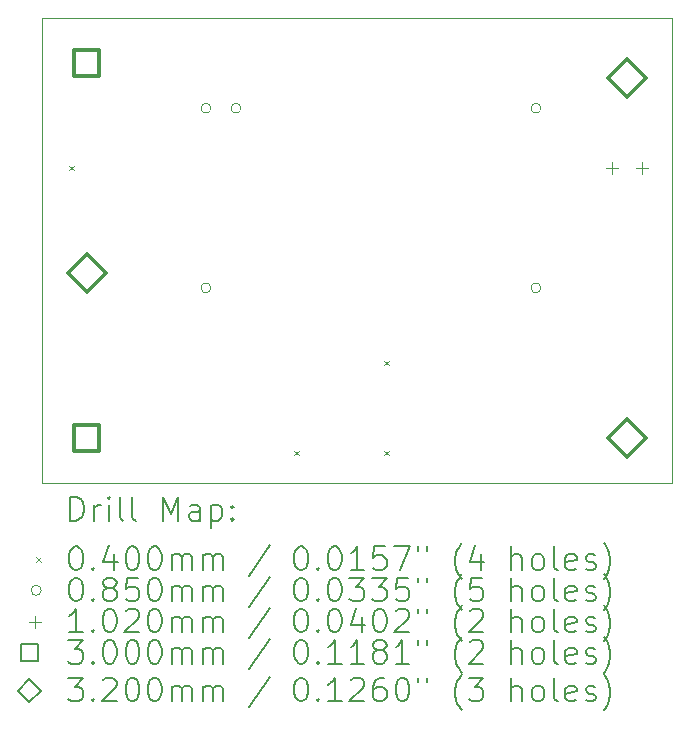
<source format=gbr>
%TF.GenerationSoftware,KiCad,Pcbnew,7.0.2*%
%TF.CreationDate,2023-06-01T11:51:46+02:00*%
%TF.ProjectId,Indicator_voltage,496e6469-6361-4746-9f72-5f766f6c7461,rev?*%
%TF.SameCoordinates,Original*%
%TF.FileFunction,Drillmap*%
%TF.FilePolarity,Positive*%
%FSLAX45Y45*%
G04 Gerber Fmt 4.5, Leading zero omitted, Abs format (unit mm)*
G04 Created by KiCad (PCBNEW 7.0.2) date 2023-06-01 11:51:46*
%MOMM*%
%LPD*%
G01*
G04 APERTURE LIST*
%ADD10C,0.100000*%
%ADD11C,0.200000*%
%ADD12C,0.040000*%
%ADD13C,0.085000*%
%ADD14C,0.102000*%
%ADD15C,0.300000*%
%ADD16C,0.320000*%
G04 APERTURE END LIST*
D10*
X11811000Y-8791000D02*
X17145000Y-8791000D01*
X17145000Y-12728000D01*
X11811000Y-12728000D01*
X11811000Y-8791000D01*
D11*
D12*
X12045000Y-10041000D02*
X12085000Y-10081000D01*
X12085000Y-10041000D02*
X12045000Y-10081000D01*
X13950000Y-12454000D02*
X13990000Y-12494000D01*
X13990000Y-12454000D02*
X13950000Y-12494000D01*
X14712000Y-11692000D02*
X14752000Y-11732000D01*
X14752000Y-11692000D02*
X14712000Y-11732000D01*
X14712000Y-12454000D02*
X14752000Y-12494000D01*
X14752000Y-12454000D02*
X14712000Y-12494000D01*
D13*
X13243500Y-9554000D02*
G75*
G03*
X13243500Y-9554000I-42500J0D01*
G01*
X13243500Y-11076000D02*
G75*
G03*
X13243500Y-11076000I-42500J0D01*
G01*
X13497500Y-9554000D02*
G75*
G03*
X13497500Y-9554000I-42500J0D01*
G01*
X16037500Y-9554000D02*
G75*
G03*
X16037500Y-9554000I-42500J0D01*
G01*
X16037500Y-11076000D02*
G75*
G03*
X16037500Y-11076000I-42500J0D01*
G01*
D14*
X16637000Y-10010000D02*
X16637000Y-10112000D01*
X16586000Y-10061000D02*
X16688000Y-10061000D01*
X16891000Y-10010000D02*
X16891000Y-10112000D01*
X16840000Y-10061000D02*
X16942000Y-10061000D01*
D15*
X12298067Y-9278067D02*
X12298067Y-9065933D01*
X12085933Y-9065933D01*
X12085933Y-9278067D01*
X12298067Y-9278067D01*
X12298067Y-12453067D02*
X12298067Y-12240933D01*
X12085933Y-12240933D01*
X12085933Y-12453067D01*
X12298067Y-12453067D01*
D16*
X12192000Y-11110000D02*
X12352000Y-10950000D01*
X12192000Y-10790000D01*
X12032000Y-10950000D01*
X12192000Y-11110000D01*
X16764000Y-9459000D02*
X16924000Y-9299000D01*
X16764000Y-9139000D01*
X16604000Y-9299000D01*
X16764000Y-9459000D01*
X16764000Y-12507000D02*
X16924000Y-12347000D01*
X16764000Y-12187000D01*
X16604000Y-12347000D01*
X16764000Y-12507000D01*
D11*
X12053619Y-13045524D02*
X12053619Y-12845524D01*
X12053619Y-12845524D02*
X12101238Y-12845524D01*
X12101238Y-12845524D02*
X12129809Y-12855048D01*
X12129809Y-12855048D02*
X12148857Y-12874095D01*
X12148857Y-12874095D02*
X12158381Y-12893143D01*
X12158381Y-12893143D02*
X12167905Y-12931238D01*
X12167905Y-12931238D02*
X12167905Y-12959809D01*
X12167905Y-12959809D02*
X12158381Y-12997905D01*
X12158381Y-12997905D02*
X12148857Y-13016952D01*
X12148857Y-13016952D02*
X12129809Y-13036000D01*
X12129809Y-13036000D02*
X12101238Y-13045524D01*
X12101238Y-13045524D02*
X12053619Y-13045524D01*
X12253619Y-13045524D02*
X12253619Y-12912190D01*
X12253619Y-12950286D02*
X12263143Y-12931238D01*
X12263143Y-12931238D02*
X12272667Y-12921714D01*
X12272667Y-12921714D02*
X12291714Y-12912190D01*
X12291714Y-12912190D02*
X12310762Y-12912190D01*
X12377428Y-13045524D02*
X12377428Y-12912190D01*
X12377428Y-12845524D02*
X12367905Y-12855048D01*
X12367905Y-12855048D02*
X12377428Y-12864571D01*
X12377428Y-12864571D02*
X12386952Y-12855048D01*
X12386952Y-12855048D02*
X12377428Y-12845524D01*
X12377428Y-12845524D02*
X12377428Y-12864571D01*
X12501238Y-13045524D02*
X12482190Y-13036000D01*
X12482190Y-13036000D02*
X12472667Y-13016952D01*
X12472667Y-13016952D02*
X12472667Y-12845524D01*
X12606000Y-13045524D02*
X12586952Y-13036000D01*
X12586952Y-13036000D02*
X12577428Y-13016952D01*
X12577428Y-13016952D02*
X12577428Y-12845524D01*
X12834571Y-13045524D02*
X12834571Y-12845524D01*
X12834571Y-12845524D02*
X12901238Y-12988381D01*
X12901238Y-12988381D02*
X12967905Y-12845524D01*
X12967905Y-12845524D02*
X12967905Y-13045524D01*
X13148857Y-13045524D02*
X13148857Y-12940762D01*
X13148857Y-12940762D02*
X13139333Y-12921714D01*
X13139333Y-12921714D02*
X13120286Y-12912190D01*
X13120286Y-12912190D02*
X13082190Y-12912190D01*
X13082190Y-12912190D02*
X13063143Y-12921714D01*
X13148857Y-13036000D02*
X13129809Y-13045524D01*
X13129809Y-13045524D02*
X13082190Y-13045524D01*
X13082190Y-13045524D02*
X13063143Y-13036000D01*
X13063143Y-13036000D02*
X13053619Y-13016952D01*
X13053619Y-13016952D02*
X13053619Y-12997905D01*
X13053619Y-12997905D02*
X13063143Y-12978857D01*
X13063143Y-12978857D02*
X13082190Y-12969333D01*
X13082190Y-12969333D02*
X13129809Y-12969333D01*
X13129809Y-12969333D02*
X13148857Y-12959809D01*
X13244095Y-12912190D02*
X13244095Y-13112190D01*
X13244095Y-12921714D02*
X13263143Y-12912190D01*
X13263143Y-12912190D02*
X13301238Y-12912190D01*
X13301238Y-12912190D02*
X13320286Y-12921714D01*
X13320286Y-12921714D02*
X13329809Y-12931238D01*
X13329809Y-12931238D02*
X13339333Y-12950286D01*
X13339333Y-12950286D02*
X13339333Y-13007428D01*
X13339333Y-13007428D02*
X13329809Y-13026476D01*
X13329809Y-13026476D02*
X13320286Y-13036000D01*
X13320286Y-13036000D02*
X13301238Y-13045524D01*
X13301238Y-13045524D02*
X13263143Y-13045524D01*
X13263143Y-13045524D02*
X13244095Y-13036000D01*
X13425048Y-13026476D02*
X13434571Y-13036000D01*
X13434571Y-13036000D02*
X13425048Y-13045524D01*
X13425048Y-13045524D02*
X13415524Y-13036000D01*
X13415524Y-13036000D02*
X13425048Y-13026476D01*
X13425048Y-13026476D02*
X13425048Y-13045524D01*
X13425048Y-12921714D02*
X13434571Y-12931238D01*
X13434571Y-12931238D02*
X13425048Y-12940762D01*
X13425048Y-12940762D02*
X13415524Y-12931238D01*
X13415524Y-12931238D02*
X13425048Y-12921714D01*
X13425048Y-12921714D02*
X13425048Y-12940762D01*
D12*
X11766000Y-13353000D02*
X11806000Y-13393000D01*
X11806000Y-13353000D02*
X11766000Y-13393000D01*
D11*
X12091714Y-13265524D02*
X12110762Y-13265524D01*
X12110762Y-13265524D02*
X12129809Y-13275048D01*
X12129809Y-13275048D02*
X12139333Y-13284571D01*
X12139333Y-13284571D02*
X12148857Y-13303619D01*
X12148857Y-13303619D02*
X12158381Y-13341714D01*
X12158381Y-13341714D02*
X12158381Y-13389333D01*
X12158381Y-13389333D02*
X12148857Y-13427428D01*
X12148857Y-13427428D02*
X12139333Y-13446476D01*
X12139333Y-13446476D02*
X12129809Y-13456000D01*
X12129809Y-13456000D02*
X12110762Y-13465524D01*
X12110762Y-13465524D02*
X12091714Y-13465524D01*
X12091714Y-13465524D02*
X12072667Y-13456000D01*
X12072667Y-13456000D02*
X12063143Y-13446476D01*
X12063143Y-13446476D02*
X12053619Y-13427428D01*
X12053619Y-13427428D02*
X12044095Y-13389333D01*
X12044095Y-13389333D02*
X12044095Y-13341714D01*
X12044095Y-13341714D02*
X12053619Y-13303619D01*
X12053619Y-13303619D02*
X12063143Y-13284571D01*
X12063143Y-13284571D02*
X12072667Y-13275048D01*
X12072667Y-13275048D02*
X12091714Y-13265524D01*
X12244095Y-13446476D02*
X12253619Y-13456000D01*
X12253619Y-13456000D02*
X12244095Y-13465524D01*
X12244095Y-13465524D02*
X12234571Y-13456000D01*
X12234571Y-13456000D02*
X12244095Y-13446476D01*
X12244095Y-13446476D02*
X12244095Y-13465524D01*
X12425048Y-13332190D02*
X12425048Y-13465524D01*
X12377428Y-13256000D02*
X12329809Y-13398857D01*
X12329809Y-13398857D02*
X12453619Y-13398857D01*
X12567905Y-13265524D02*
X12586952Y-13265524D01*
X12586952Y-13265524D02*
X12606000Y-13275048D01*
X12606000Y-13275048D02*
X12615524Y-13284571D01*
X12615524Y-13284571D02*
X12625048Y-13303619D01*
X12625048Y-13303619D02*
X12634571Y-13341714D01*
X12634571Y-13341714D02*
X12634571Y-13389333D01*
X12634571Y-13389333D02*
X12625048Y-13427428D01*
X12625048Y-13427428D02*
X12615524Y-13446476D01*
X12615524Y-13446476D02*
X12606000Y-13456000D01*
X12606000Y-13456000D02*
X12586952Y-13465524D01*
X12586952Y-13465524D02*
X12567905Y-13465524D01*
X12567905Y-13465524D02*
X12548857Y-13456000D01*
X12548857Y-13456000D02*
X12539333Y-13446476D01*
X12539333Y-13446476D02*
X12529809Y-13427428D01*
X12529809Y-13427428D02*
X12520286Y-13389333D01*
X12520286Y-13389333D02*
X12520286Y-13341714D01*
X12520286Y-13341714D02*
X12529809Y-13303619D01*
X12529809Y-13303619D02*
X12539333Y-13284571D01*
X12539333Y-13284571D02*
X12548857Y-13275048D01*
X12548857Y-13275048D02*
X12567905Y-13265524D01*
X12758381Y-13265524D02*
X12777429Y-13265524D01*
X12777429Y-13265524D02*
X12796476Y-13275048D01*
X12796476Y-13275048D02*
X12806000Y-13284571D01*
X12806000Y-13284571D02*
X12815524Y-13303619D01*
X12815524Y-13303619D02*
X12825048Y-13341714D01*
X12825048Y-13341714D02*
X12825048Y-13389333D01*
X12825048Y-13389333D02*
X12815524Y-13427428D01*
X12815524Y-13427428D02*
X12806000Y-13446476D01*
X12806000Y-13446476D02*
X12796476Y-13456000D01*
X12796476Y-13456000D02*
X12777429Y-13465524D01*
X12777429Y-13465524D02*
X12758381Y-13465524D01*
X12758381Y-13465524D02*
X12739333Y-13456000D01*
X12739333Y-13456000D02*
X12729809Y-13446476D01*
X12729809Y-13446476D02*
X12720286Y-13427428D01*
X12720286Y-13427428D02*
X12710762Y-13389333D01*
X12710762Y-13389333D02*
X12710762Y-13341714D01*
X12710762Y-13341714D02*
X12720286Y-13303619D01*
X12720286Y-13303619D02*
X12729809Y-13284571D01*
X12729809Y-13284571D02*
X12739333Y-13275048D01*
X12739333Y-13275048D02*
X12758381Y-13265524D01*
X12910762Y-13465524D02*
X12910762Y-13332190D01*
X12910762Y-13351238D02*
X12920286Y-13341714D01*
X12920286Y-13341714D02*
X12939333Y-13332190D01*
X12939333Y-13332190D02*
X12967905Y-13332190D01*
X12967905Y-13332190D02*
X12986952Y-13341714D01*
X12986952Y-13341714D02*
X12996476Y-13360762D01*
X12996476Y-13360762D02*
X12996476Y-13465524D01*
X12996476Y-13360762D02*
X13006000Y-13341714D01*
X13006000Y-13341714D02*
X13025048Y-13332190D01*
X13025048Y-13332190D02*
X13053619Y-13332190D01*
X13053619Y-13332190D02*
X13072667Y-13341714D01*
X13072667Y-13341714D02*
X13082190Y-13360762D01*
X13082190Y-13360762D02*
X13082190Y-13465524D01*
X13177429Y-13465524D02*
X13177429Y-13332190D01*
X13177429Y-13351238D02*
X13186952Y-13341714D01*
X13186952Y-13341714D02*
X13206000Y-13332190D01*
X13206000Y-13332190D02*
X13234571Y-13332190D01*
X13234571Y-13332190D02*
X13253619Y-13341714D01*
X13253619Y-13341714D02*
X13263143Y-13360762D01*
X13263143Y-13360762D02*
X13263143Y-13465524D01*
X13263143Y-13360762D02*
X13272667Y-13341714D01*
X13272667Y-13341714D02*
X13291714Y-13332190D01*
X13291714Y-13332190D02*
X13320286Y-13332190D01*
X13320286Y-13332190D02*
X13339333Y-13341714D01*
X13339333Y-13341714D02*
X13348857Y-13360762D01*
X13348857Y-13360762D02*
X13348857Y-13465524D01*
X13739333Y-13256000D02*
X13567905Y-13513143D01*
X13996476Y-13265524D02*
X14015524Y-13265524D01*
X14015524Y-13265524D02*
X14034572Y-13275048D01*
X14034572Y-13275048D02*
X14044095Y-13284571D01*
X14044095Y-13284571D02*
X14053619Y-13303619D01*
X14053619Y-13303619D02*
X14063143Y-13341714D01*
X14063143Y-13341714D02*
X14063143Y-13389333D01*
X14063143Y-13389333D02*
X14053619Y-13427428D01*
X14053619Y-13427428D02*
X14044095Y-13446476D01*
X14044095Y-13446476D02*
X14034572Y-13456000D01*
X14034572Y-13456000D02*
X14015524Y-13465524D01*
X14015524Y-13465524D02*
X13996476Y-13465524D01*
X13996476Y-13465524D02*
X13977429Y-13456000D01*
X13977429Y-13456000D02*
X13967905Y-13446476D01*
X13967905Y-13446476D02*
X13958381Y-13427428D01*
X13958381Y-13427428D02*
X13948857Y-13389333D01*
X13948857Y-13389333D02*
X13948857Y-13341714D01*
X13948857Y-13341714D02*
X13958381Y-13303619D01*
X13958381Y-13303619D02*
X13967905Y-13284571D01*
X13967905Y-13284571D02*
X13977429Y-13275048D01*
X13977429Y-13275048D02*
X13996476Y-13265524D01*
X14148857Y-13446476D02*
X14158381Y-13456000D01*
X14158381Y-13456000D02*
X14148857Y-13465524D01*
X14148857Y-13465524D02*
X14139333Y-13456000D01*
X14139333Y-13456000D02*
X14148857Y-13446476D01*
X14148857Y-13446476D02*
X14148857Y-13465524D01*
X14282191Y-13265524D02*
X14301238Y-13265524D01*
X14301238Y-13265524D02*
X14320286Y-13275048D01*
X14320286Y-13275048D02*
X14329810Y-13284571D01*
X14329810Y-13284571D02*
X14339333Y-13303619D01*
X14339333Y-13303619D02*
X14348857Y-13341714D01*
X14348857Y-13341714D02*
X14348857Y-13389333D01*
X14348857Y-13389333D02*
X14339333Y-13427428D01*
X14339333Y-13427428D02*
X14329810Y-13446476D01*
X14329810Y-13446476D02*
X14320286Y-13456000D01*
X14320286Y-13456000D02*
X14301238Y-13465524D01*
X14301238Y-13465524D02*
X14282191Y-13465524D01*
X14282191Y-13465524D02*
X14263143Y-13456000D01*
X14263143Y-13456000D02*
X14253619Y-13446476D01*
X14253619Y-13446476D02*
X14244095Y-13427428D01*
X14244095Y-13427428D02*
X14234572Y-13389333D01*
X14234572Y-13389333D02*
X14234572Y-13341714D01*
X14234572Y-13341714D02*
X14244095Y-13303619D01*
X14244095Y-13303619D02*
X14253619Y-13284571D01*
X14253619Y-13284571D02*
X14263143Y-13275048D01*
X14263143Y-13275048D02*
X14282191Y-13265524D01*
X14539333Y-13465524D02*
X14425048Y-13465524D01*
X14482191Y-13465524D02*
X14482191Y-13265524D01*
X14482191Y-13265524D02*
X14463143Y-13294095D01*
X14463143Y-13294095D02*
X14444095Y-13313143D01*
X14444095Y-13313143D02*
X14425048Y-13322667D01*
X14720286Y-13265524D02*
X14625048Y-13265524D01*
X14625048Y-13265524D02*
X14615524Y-13360762D01*
X14615524Y-13360762D02*
X14625048Y-13351238D01*
X14625048Y-13351238D02*
X14644095Y-13341714D01*
X14644095Y-13341714D02*
X14691714Y-13341714D01*
X14691714Y-13341714D02*
X14710762Y-13351238D01*
X14710762Y-13351238D02*
X14720286Y-13360762D01*
X14720286Y-13360762D02*
X14729810Y-13379809D01*
X14729810Y-13379809D02*
X14729810Y-13427428D01*
X14729810Y-13427428D02*
X14720286Y-13446476D01*
X14720286Y-13446476D02*
X14710762Y-13456000D01*
X14710762Y-13456000D02*
X14691714Y-13465524D01*
X14691714Y-13465524D02*
X14644095Y-13465524D01*
X14644095Y-13465524D02*
X14625048Y-13456000D01*
X14625048Y-13456000D02*
X14615524Y-13446476D01*
X14796476Y-13265524D02*
X14929810Y-13265524D01*
X14929810Y-13265524D02*
X14844095Y-13465524D01*
X14996476Y-13265524D02*
X14996476Y-13303619D01*
X15072667Y-13265524D02*
X15072667Y-13303619D01*
X15367905Y-13541714D02*
X15358381Y-13532190D01*
X15358381Y-13532190D02*
X15339334Y-13503619D01*
X15339334Y-13503619D02*
X15329810Y-13484571D01*
X15329810Y-13484571D02*
X15320286Y-13456000D01*
X15320286Y-13456000D02*
X15310762Y-13408381D01*
X15310762Y-13408381D02*
X15310762Y-13370286D01*
X15310762Y-13370286D02*
X15320286Y-13322667D01*
X15320286Y-13322667D02*
X15329810Y-13294095D01*
X15329810Y-13294095D02*
X15339334Y-13275048D01*
X15339334Y-13275048D02*
X15358381Y-13246476D01*
X15358381Y-13246476D02*
X15367905Y-13236952D01*
X15529810Y-13332190D02*
X15529810Y-13465524D01*
X15482191Y-13256000D02*
X15434572Y-13398857D01*
X15434572Y-13398857D02*
X15558381Y-13398857D01*
X15786953Y-13465524D02*
X15786953Y-13265524D01*
X15872667Y-13465524D02*
X15872667Y-13360762D01*
X15872667Y-13360762D02*
X15863143Y-13341714D01*
X15863143Y-13341714D02*
X15844096Y-13332190D01*
X15844096Y-13332190D02*
X15815524Y-13332190D01*
X15815524Y-13332190D02*
X15796476Y-13341714D01*
X15796476Y-13341714D02*
X15786953Y-13351238D01*
X15996476Y-13465524D02*
X15977429Y-13456000D01*
X15977429Y-13456000D02*
X15967905Y-13446476D01*
X15967905Y-13446476D02*
X15958381Y-13427428D01*
X15958381Y-13427428D02*
X15958381Y-13370286D01*
X15958381Y-13370286D02*
X15967905Y-13351238D01*
X15967905Y-13351238D02*
X15977429Y-13341714D01*
X15977429Y-13341714D02*
X15996476Y-13332190D01*
X15996476Y-13332190D02*
X16025048Y-13332190D01*
X16025048Y-13332190D02*
X16044096Y-13341714D01*
X16044096Y-13341714D02*
X16053619Y-13351238D01*
X16053619Y-13351238D02*
X16063143Y-13370286D01*
X16063143Y-13370286D02*
X16063143Y-13427428D01*
X16063143Y-13427428D02*
X16053619Y-13446476D01*
X16053619Y-13446476D02*
X16044096Y-13456000D01*
X16044096Y-13456000D02*
X16025048Y-13465524D01*
X16025048Y-13465524D02*
X15996476Y-13465524D01*
X16177429Y-13465524D02*
X16158381Y-13456000D01*
X16158381Y-13456000D02*
X16148857Y-13436952D01*
X16148857Y-13436952D02*
X16148857Y-13265524D01*
X16329810Y-13456000D02*
X16310762Y-13465524D01*
X16310762Y-13465524D02*
X16272667Y-13465524D01*
X16272667Y-13465524D02*
X16253619Y-13456000D01*
X16253619Y-13456000D02*
X16244096Y-13436952D01*
X16244096Y-13436952D02*
X16244096Y-13360762D01*
X16244096Y-13360762D02*
X16253619Y-13341714D01*
X16253619Y-13341714D02*
X16272667Y-13332190D01*
X16272667Y-13332190D02*
X16310762Y-13332190D01*
X16310762Y-13332190D02*
X16329810Y-13341714D01*
X16329810Y-13341714D02*
X16339334Y-13360762D01*
X16339334Y-13360762D02*
X16339334Y-13379809D01*
X16339334Y-13379809D02*
X16244096Y-13398857D01*
X16415524Y-13456000D02*
X16434572Y-13465524D01*
X16434572Y-13465524D02*
X16472667Y-13465524D01*
X16472667Y-13465524D02*
X16491715Y-13456000D01*
X16491715Y-13456000D02*
X16501238Y-13436952D01*
X16501238Y-13436952D02*
X16501238Y-13427428D01*
X16501238Y-13427428D02*
X16491715Y-13408381D01*
X16491715Y-13408381D02*
X16472667Y-13398857D01*
X16472667Y-13398857D02*
X16444096Y-13398857D01*
X16444096Y-13398857D02*
X16425048Y-13389333D01*
X16425048Y-13389333D02*
X16415524Y-13370286D01*
X16415524Y-13370286D02*
X16415524Y-13360762D01*
X16415524Y-13360762D02*
X16425048Y-13341714D01*
X16425048Y-13341714D02*
X16444096Y-13332190D01*
X16444096Y-13332190D02*
X16472667Y-13332190D01*
X16472667Y-13332190D02*
X16491715Y-13341714D01*
X16567905Y-13541714D02*
X16577429Y-13532190D01*
X16577429Y-13532190D02*
X16596477Y-13503619D01*
X16596477Y-13503619D02*
X16606000Y-13484571D01*
X16606000Y-13484571D02*
X16615524Y-13456000D01*
X16615524Y-13456000D02*
X16625048Y-13408381D01*
X16625048Y-13408381D02*
X16625048Y-13370286D01*
X16625048Y-13370286D02*
X16615524Y-13322667D01*
X16615524Y-13322667D02*
X16606000Y-13294095D01*
X16606000Y-13294095D02*
X16596477Y-13275048D01*
X16596477Y-13275048D02*
X16577429Y-13246476D01*
X16577429Y-13246476D02*
X16567905Y-13236952D01*
D13*
X11806000Y-13637000D02*
G75*
G03*
X11806000Y-13637000I-42500J0D01*
G01*
D11*
X12091714Y-13529524D02*
X12110762Y-13529524D01*
X12110762Y-13529524D02*
X12129809Y-13539048D01*
X12129809Y-13539048D02*
X12139333Y-13548571D01*
X12139333Y-13548571D02*
X12148857Y-13567619D01*
X12148857Y-13567619D02*
X12158381Y-13605714D01*
X12158381Y-13605714D02*
X12158381Y-13653333D01*
X12158381Y-13653333D02*
X12148857Y-13691428D01*
X12148857Y-13691428D02*
X12139333Y-13710476D01*
X12139333Y-13710476D02*
X12129809Y-13720000D01*
X12129809Y-13720000D02*
X12110762Y-13729524D01*
X12110762Y-13729524D02*
X12091714Y-13729524D01*
X12091714Y-13729524D02*
X12072667Y-13720000D01*
X12072667Y-13720000D02*
X12063143Y-13710476D01*
X12063143Y-13710476D02*
X12053619Y-13691428D01*
X12053619Y-13691428D02*
X12044095Y-13653333D01*
X12044095Y-13653333D02*
X12044095Y-13605714D01*
X12044095Y-13605714D02*
X12053619Y-13567619D01*
X12053619Y-13567619D02*
X12063143Y-13548571D01*
X12063143Y-13548571D02*
X12072667Y-13539048D01*
X12072667Y-13539048D02*
X12091714Y-13529524D01*
X12244095Y-13710476D02*
X12253619Y-13720000D01*
X12253619Y-13720000D02*
X12244095Y-13729524D01*
X12244095Y-13729524D02*
X12234571Y-13720000D01*
X12234571Y-13720000D02*
X12244095Y-13710476D01*
X12244095Y-13710476D02*
X12244095Y-13729524D01*
X12367905Y-13615238D02*
X12348857Y-13605714D01*
X12348857Y-13605714D02*
X12339333Y-13596190D01*
X12339333Y-13596190D02*
X12329809Y-13577143D01*
X12329809Y-13577143D02*
X12329809Y-13567619D01*
X12329809Y-13567619D02*
X12339333Y-13548571D01*
X12339333Y-13548571D02*
X12348857Y-13539048D01*
X12348857Y-13539048D02*
X12367905Y-13529524D01*
X12367905Y-13529524D02*
X12406000Y-13529524D01*
X12406000Y-13529524D02*
X12425048Y-13539048D01*
X12425048Y-13539048D02*
X12434571Y-13548571D01*
X12434571Y-13548571D02*
X12444095Y-13567619D01*
X12444095Y-13567619D02*
X12444095Y-13577143D01*
X12444095Y-13577143D02*
X12434571Y-13596190D01*
X12434571Y-13596190D02*
X12425048Y-13605714D01*
X12425048Y-13605714D02*
X12406000Y-13615238D01*
X12406000Y-13615238D02*
X12367905Y-13615238D01*
X12367905Y-13615238D02*
X12348857Y-13624762D01*
X12348857Y-13624762D02*
X12339333Y-13634286D01*
X12339333Y-13634286D02*
X12329809Y-13653333D01*
X12329809Y-13653333D02*
X12329809Y-13691428D01*
X12329809Y-13691428D02*
X12339333Y-13710476D01*
X12339333Y-13710476D02*
X12348857Y-13720000D01*
X12348857Y-13720000D02*
X12367905Y-13729524D01*
X12367905Y-13729524D02*
X12406000Y-13729524D01*
X12406000Y-13729524D02*
X12425048Y-13720000D01*
X12425048Y-13720000D02*
X12434571Y-13710476D01*
X12434571Y-13710476D02*
X12444095Y-13691428D01*
X12444095Y-13691428D02*
X12444095Y-13653333D01*
X12444095Y-13653333D02*
X12434571Y-13634286D01*
X12434571Y-13634286D02*
X12425048Y-13624762D01*
X12425048Y-13624762D02*
X12406000Y-13615238D01*
X12625048Y-13529524D02*
X12529809Y-13529524D01*
X12529809Y-13529524D02*
X12520286Y-13624762D01*
X12520286Y-13624762D02*
X12529809Y-13615238D01*
X12529809Y-13615238D02*
X12548857Y-13605714D01*
X12548857Y-13605714D02*
X12596476Y-13605714D01*
X12596476Y-13605714D02*
X12615524Y-13615238D01*
X12615524Y-13615238D02*
X12625048Y-13624762D01*
X12625048Y-13624762D02*
X12634571Y-13643809D01*
X12634571Y-13643809D02*
X12634571Y-13691428D01*
X12634571Y-13691428D02*
X12625048Y-13710476D01*
X12625048Y-13710476D02*
X12615524Y-13720000D01*
X12615524Y-13720000D02*
X12596476Y-13729524D01*
X12596476Y-13729524D02*
X12548857Y-13729524D01*
X12548857Y-13729524D02*
X12529809Y-13720000D01*
X12529809Y-13720000D02*
X12520286Y-13710476D01*
X12758381Y-13529524D02*
X12777429Y-13529524D01*
X12777429Y-13529524D02*
X12796476Y-13539048D01*
X12796476Y-13539048D02*
X12806000Y-13548571D01*
X12806000Y-13548571D02*
X12815524Y-13567619D01*
X12815524Y-13567619D02*
X12825048Y-13605714D01*
X12825048Y-13605714D02*
X12825048Y-13653333D01*
X12825048Y-13653333D02*
X12815524Y-13691428D01*
X12815524Y-13691428D02*
X12806000Y-13710476D01*
X12806000Y-13710476D02*
X12796476Y-13720000D01*
X12796476Y-13720000D02*
X12777429Y-13729524D01*
X12777429Y-13729524D02*
X12758381Y-13729524D01*
X12758381Y-13729524D02*
X12739333Y-13720000D01*
X12739333Y-13720000D02*
X12729809Y-13710476D01*
X12729809Y-13710476D02*
X12720286Y-13691428D01*
X12720286Y-13691428D02*
X12710762Y-13653333D01*
X12710762Y-13653333D02*
X12710762Y-13605714D01*
X12710762Y-13605714D02*
X12720286Y-13567619D01*
X12720286Y-13567619D02*
X12729809Y-13548571D01*
X12729809Y-13548571D02*
X12739333Y-13539048D01*
X12739333Y-13539048D02*
X12758381Y-13529524D01*
X12910762Y-13729524D02*
X12910762Y-13596190D01*
X12910762Y-13615238D02*
X12920286Y-13605714D01*
X12920286Y-13605714D02*
X12939333Y-13596190D01*
X12939333Y-13596190D02*
X12967905Y-13596190D01*
X12967905Y-13596190D02*
X12986952Y-13605714D01*
X12986952Y-13605714D02*
X12996476Y-13624762D01*
X12996476Y-13624762D02*
X12996476Y-13729524D01*
X12996476Y-13624762D02*
X13006000Y-13605714D01*
X13006000Y-13605714D02*
X13025048Y-13596190D01*
X13025048Y-13596190D02*
X13053619Y-13596190D01*
X13053619Y-13596190D02*
X13072667Y-13605714D01*
X13072667Y-13605714D02*
X13082190Y-13624762D01*
X13082190Y-13624762D02*
X13082190Y-13729524D01*
X13177429Y-13729524D02*
X13177429Y-13596190D01*
X13177429Y-13615238D02*
X13186952Y-13605714D01*
X13186952Y-13605714D02*
X13206000Y-13596190D01*
X13206000Y-13596190D02*
X13234571Y-13596190D01*
X13234571Y-13596190D02*
X13253619Y-13605714D01*
X13253619Y-13605714D02*
X13263143Y-13624762D01*
X13263143Y-13624762D02*
X13263143Y-13729524D01*
X13263143Y-13624762D02*
X13272667Y-13605714D01*
X13272667Y-13605714D02*
X13291714Y-13596190D01*
X13291714Y-13596190D02*
X13320286Y-13596190D01*
X13320286Y-13596190D02*
X13339333Y-13605714D01*
X13339333Y-13605714D02*
X13348857Y-13624762D01*
X13348857Y-13624762D02*
X13348857Y-13729524D01*
X13739333Y-13520000D02*
X13567905Y-13777143D01*
X13996476Y-13529524D02*
X14015524Y-13529524D01*
X14015524Y-13529524D02*
X14034572Y-13539048D01*
X14034572Y-13539048D02*
X14044095Y-13548571D01*
X14044095Y-13548571D02*
X14053619Y-13567619D01*
X14053619Y-13567619D02*
X14063143Y-13605714D01*
X14063143Y-13605714D02*
X14063143Y-13653333D01*
X14063143Y-13653333D02*
X14053619Y-13691428D01*
X14053619Y-13691428D02*
X14044095Y-13710476D01*
X14044095Y-13710476D02*
X14034572Y-13720000D01*
X14034572Y-13720000D02*
X14015524Y-13729524D01*
X14015524Y-13729524D02*
X13996476Y-13729524D01*
X13996476Y-13729524D02*
X13977429Y-13720000D01*
X13977429Y-13720000D02*
X13967905Y-13710476D01*
X13967905Y-13710476D02*
X13958381Y-13691428D01*
X13958381Y-13691428D02*
X13948857Y-13653333D01*
X13948857Y-13653333D02*
X13948857Y-13605714D01*
X13948857Y-13605714D02*
X13958381Y-13567619D01*
X13958381Y-13567619D02*
X13967905Y-13548571D01*
X13967905Y-13548571D02*
X13977429Y-13539048D01*
X13977429Y-13539048D02*
X13996476Y-13529524D01*
X14148857Y-13710476D02*
X14158381Y-13720000D01*
X14158381Y-13720000D02*
X14148857Y-13729524D01*
X14148857Y-13729524D02*
X14139333Y-13720000D01*
X14139333Y-13720000D02*
X14148857Y-13710476D01*
X14148857Y-13710476D02*
X14148857Y-13729524D01*
X14282191Y-13529524D02*
X14301238Y-13529524D01*
X14301238Y-13529524D02*
X14320286Y-13539048D01*
X14320286Y-13539048D02*
X14329810Y-13548571D01*
X14329810Y-13548571D02*
X14339333Y-13567619D01*
X14339333Y-13567619D02*
X14348857Y-13605714D01*
X14348857Y-13605714D02*
X14348857Y-13653333D01*
X14348857Y-13653333D02*
X14339333Y-13691428D01*
X14339333Y-13691428D02*
X14329810Y-13710476D01*
X14329810Y-13710476D02*
X14320286Y-13720000D01*
X14320286Y-13720000D02*
X14301238Y-13729524D01*
X14301238Y-13729524D02*
X14282191Y-13729524D01*
X14282191Y-13729524D02*
X14263143Y-13720000D01*
X14263143Y-13720000D02*
X14253619Y-13710476D01*
X14253619Y-13710476D02*
X14244095Y-13691428D01*
X14244095Y-13691428D02*
X14234572Y-13653333D01*
X14234572Y-13653333D02*
X14234572Y-13605714D01*
X14234572Y-13605714D02*
X14244095Y-13567619D01*
X14244095Y-13567619D02*
X14253619Y-13548571D01*
X14253619Y-13548571D02*
X14263143Y-13539048D01*
X14263143Y-13539048D02*
X14282191Y-13529524D01*
X14415524Y-13529524D02*
X14539333Y-13529524D01*
X14539333Y-13529524D02*
X14472667Y-13605714D01*
X14472667Y-13605714D02*
X14501238Y-13605714D01*
X14501238Y-13605714D02*
X14520286Y-13615238D01*
X14520286Y-13615238D02*
X14529810Y-13624762D01*
X14529810Y-13624762D02*
X14539333Y-13643809D01*
X14539333Y-13643809D02*
X14539333Y-13691428D01*
X14539333Y-13691428D02*
X14529810Y-13710476D01*
X14529810Y-13710476D02*
X14520286Y-13720000D01*
X14520286Y-13720000D02*
X14501238Y-13729524D01*
X14501238Y-13729524D02*
X14444095Y-13729524D01*
X14444095Y-13729524D02*
X14425048Y-13720000D01*
X14425048Y-13720000D02*
X14415524Y-13710476D01*
X14606000Y-13529524D02*
X14729810Y-13529524D01*
X14729810Y-13529524D02*
X14663143Y-13605714D01*
X14663143Y-13605714D02*
X14691714Y-13605714D01*
X14691714Y-13605714D02*
X14710762Y-13615238D01*
X14710762Y-13615238D02*
X14720286Y-13624762D01*
X14720286Y-13624762D02*
X14729810Y-13643809D01*
X14729810Y-13643809D02*
X14729810Y-13691428D01*
X14729810Y-13691428D02*
X14720286Y-13710476D01*
X14720286Y-13710476D02*
X14710762Y-13720000D01*
X14710762Y-13720000D02*
X14691714Y-13729524D01*
X14691714Y-13729524D02*
X14634572Y-13729524D01*
X14634572Y-13729524D02*
X14615524Y-13720000D01*
X14615524Y-13720000D02*
X14606000Y-13710476D01*
X14910762Y-13529524D02*
X14815524Y-13529524D01*
X14815524Y-13529524D02*
X14806000Y-13624762D01*
X14806000Y-13624762D02*
X14815524Y-13615238D01*
X14815524Y-13615238D02*
X14834572Y-13605714D01*
X14834572Y-13605714D02*
X14882191Y-13605714D01*
X14882191Y-13605714D02*
X14901238Y-13615238D01*
X14901238Y-13615238D02*
X14910762Y-13624762D01*
X14910762Y-13624762D02*
X14920286Y-13643809D01*
X14920286Y-13643809D02*
X14920286Y-13691428D01*
X14920286Y-13691428D02*
X14910762Y-13710476D01*
X14910762Y-13710476D02*
X14901238Y-13720000D01*
X14901238Y-13720000D02*
X14882191Y-13729524D01*
X14882191Y-13729524D02*
X14834572Y-13729524D01*
X14834572Y-13729524D02*
X14815524Y-13720000D01*
X14815524Y-13720000D02*
X14806000Y-13710476D01*
X14996476Y-13529524D02*
X14996476Y-13567619D01*
X15072667Y-13529524D02*
X15072667Y-13567619D01*
X15367905Y-13805714D02*
X15358381Y-13796190D01*
X15358381Y-13796190D02*
X15339334Y-13767619D01*
X15339334Y-13767619D02*
X15329810Y-13748571D01*
X15329810Y-13748571D02*
X15320286Y-13720000D01*
X15320286Y-13720000D02*
X15310762Y-13672381D01*
X15310762Y-13672381D02*
X15310762Y-13634286D01*
X15310762Y-13634286D02*
X15320286Y-13586667D01*
X15320286Y-13586667D02*
X15329810Y-13558095D01*
X15329810Y-13558095D02*
X15339334Y-13539048D01*
X15339334Y-13539048D02*
X15358381Y-13510476D01*
X15358381Y-13510476D02*
X15367905Y-13500952D01*
X15539334Y-13529524D02*
X15444095Y-13529524D01*
X15444095Y-13529524D02*
X15434572Y-13624762D01*
X15434572Y-13624762D02*
X15444095Y-13615238D01*
X15444095Y-13615238D02*
X15463143Y-13605714D01*
X15463143Y-13605714D02*
X15510762Y-13605714D01*
X15510762Y-13605714D02*
X15529810Y-13615238D01*
X15529810Y-13615238D02*
X15539334Y-13624762D01*
X15539334Y-13624762D02*
X15548857Y-13643809D01*
X15548857Y-13643809D02*
X15548857Y-13691428D01*
X15548857Y-13691428D02*
X15539334Y-13710476D01*
X15539334Y-13710476D02*
X15529810Y-13720000D01*
X15529810Y-13720000D02*
X15510762Y-13729524D01*
X15510762Y-13729524D02*
X15463143Y-13729524D01*
X15463143Y-13729524D02*
X15444095Y-13720000D01*
X15444095Y-13720000D02*
X15434572Y-13710476D01*
X15786953Y-13729524D02*
X15786953Y-13529524D01*
X15872667Y-13729524D02*
X15872667Y-13624762D01*
X15872667Y-13624762D02*
X15863143Y-13605714D01*
X15863143Y-13605714D02*
X15844096Y-13596190D01*
X15844096Y-13596190D02*
X15815524Y-13596190D01*
X15815524Y-13596190D02*
X15796476Y-13605714D01*
X15796476Y-13605714D02*
X15786953Y-13615238D01*
X15996476Y-13729524D02*
X15977429Y-13720000D01*
X15977429Y-13720000D02*
X15967905Y-13710476D01*
X15967905Y-13710476D02*
X15958381Y-13691428D01*
X15958381Y-13691428D02*
X15958381Y-13634286D01*
X15958381Y-13634286D02*
X15967905Y-13615238D01*
X15967905Y-13615238D02*
X15977429Y-13605714D01*
X15977429Y-13605714D02*
X15996476Y-13596190D01*
X15996476Y-13596190D02*
X16025048Y-13596190D01*
X16025048Y-13596190D02*
X16044096Y-13605714D01*
X16044096Y-13605714D02*
X16053619Y-13615238D01*
X16053619Y-13615238D02*
X16063143Y-13634286D01*
X16063143Y-13634286D02*
X16063143Y-13691428D01*
X16063143Y-13691428D02*
X16053619Y-13710476D01*
X16053619Y-13710476D02*
X16044096Y-13720000D01*
X16044096Y-13720000D02*
X16025048Y-13729524D01*
X16025048Y-13729524D02*
X15996476Y-13729524D01*
X16177429Y-13729524D02*
X16158381Y-13720000D01*
X16158381Y-13720000D02*
X16148857Y-13700952D01*
X16148857Y-13700952D02*
X16148857Y-13529524D01*
X16329810Y-13720000D02*
X16310762Y-13729524D01*
X16310762Y-13729524D02*
X16272667Y-13729524D01*
X16272667Y-13729524D02*
X16253619Y-13720000D01*
X16253619Y-13720000D02*
X16244096Y-13700952D01*
X16244096Y-13700952D02*
X16244096Y-13624762D01*
X16244096Y-13624762D02*
X16253619Y-13605714D01*
X16253619Y-13605714D02*
X16272667Y-13596190D01*
X16272667Y-13596190D02*
X16310762Y-13596190D01*
X16310762Y-13596190D02*
X16329810Y-13605714D01*
X16329810Y-13605714D02*
X16339334Y-13624762D01*
X16339334Y-13624762D02*
X16339334Y-13643809D01*
X16339334Y-13643809D02*
X16244096Y-13662857D01*
X16415524Y-13720000D02*
X16434572Y-13729524D01*
X16434572Y-13729524D02*
X16472667Y-13729524D01*
X16472667Y-13729524D02*
X16491715Y-13720000D01*
X16491715Y-13720000D02*
X16501238Y-13700952D01*
X16501238Y-13700952D02*
X16501238Y-13691428D01*
X16501238Y-13691428D02*
X16491715Y-13672381D01*
X16491715Y-13672381D02*
X16472667Y-13662857D01*
X16472667Y-13662857D02*
X16444096Y-13662857D01*
X16444096Y-13662857D02*
X16425048Y-13653333D01*
X16425048Y-13653333D02*
X16415524Y-13634286D01*
X16415524Y-13634286D02*
X16415524Y-13624762D01*
X16415524Y-13624762D02*
X16425048Y-13605714D01*
X16425048Y-13605714D02*
X16444096Y-13596190D01*
X16444096Y-13596190D02*
X16472667Y-13596190D01*
X16472667Y-13596190D02*
X16491715Y-13605714D01*
X16567905Y-13805714D02*
X16577429Y-13796190D01*
X16577429Y-13796190D02*
X16596477Y-13767619D01*
X16596477Y-13767619D02*
X16606000Y-13748571D01*
X16606000Y-13748571D02*
X16615524Y-13720000D01*
X16615524Y-13720000D02*
X16625048Y-13672381D01*
X16625048Y-13672381D02*
X16625048Y-13634286D01*
X16625048Y-13634286D02*
X16615524Y-13586667D01*
X16615524Y-13586667D02*
X16606000Y-13558095D01*
X16606000Y-13558095D02*
X16596477Y-13539048D01*
X16596477Y-13539048D02*
X16577429Y-13510476D01*
X16577429Y-13510476D02*
X16567905Y-13500952D01*
D14*
X11755000Y-13850000D02*
X11755000Y-13952000D01*
X11704000Y-13901000D02*
X11806000Y-13901000D01*
D11*
X12158381Y-13993524D02*
X12044095Y-13993524D01*
X12101238Y-13993524D02*
X12101238Y-13793524D01*
X12101238Y-13793524D02*
X12082190Y-13822095D01*
X12082190Y-13822095D02*
X12063143Y-13841143D01*
X12063143Y-13841143D02*
X12044095Y-13850667D01*
X12244095Y-13974476D02*
X12253619Y-13984000D01*
X12253619Y-13984000D02*
X12244095Y-13993524D01*
X12244095Y-13993524D02*
X12234571Y-13984000D01*
X12234571Y-13984000D02*
X12244095Y-13974476D01*
X12244095Y-13974476D02*
X12244095Y-13993524D01*
X12377428Y-13793524D02*
X12396476Y-13793524D01*
X12396476Y-13793524D02*
X12415524Y-13803048D01*
X12415524Y-13803048D02*
X12425048Y-13812571D01*
X12425048Y-13812571D02*
X12434571Y-13831619D01*
X12434571Y-13831619D02*
X12444095Y-13869714D01*
X12444095Y-13869714D02*
X12444095Y-13917333D01*
X12444095Y-13917333D02*
X12434571Y-13955428D01*
X12434571Y-13955428D02*
X12425048Y-13974476D01*
X12425048Y-13974476D02*
X12415524Y-13984000D01*
X12415524Y-13984000D02*
X12396476Y-13993524D01*
X12396476Y-13993524D02*
X12377428Y-13993524D01*
X12377428Y-13993524D02*
X12358381Y-13984000D01*
X12358381Y-13984000D02*
X12348857Y-13974476D01*
X12348857Y-13974476D02*
X12339333Y-13955428D01*
X12339333Y-13955428D02*
X12329809Y-13917333D01*
X12329809Y-13917333D02*
X12329809Y-13869714D01*
X12329809Y-13869714D02*
X12339333Y-13831619D01*
X12339333Y-13831619D02*
X12348857Y-13812571D01*
X12348857Y-13812571D02*
X12358381Y-13803048D01*
X12358381Y-13803048D02*
X12377428Y-13793524D01*
X12520286Y-13812571D02*
X12529809Y-13803048D01*
X12529809Y-13803048D02*
X12548857Y-13793524D01*
X12548857Y-13793524D02*
X12596476Y-13793524D01*
X12596476Y-13793524D02*
X12615524Y-13803048D01*
X12615524Y-13803048D02*
X12625048Y-13812571D01*
X12625048Y-13812571D02*
X12634571Y-13831619D01*
X12634571Y-13831619D02*
X12634571Y-13850667D01*
X12634571Y-13850667D02*
X12625048Y-13879238D01*
X12625048Y-13879238D02*
X12510762Y-13993524D01*
X12510762Y-13993524D02*
X12634571Y-13993524D01*
X12758381Y-13793524D02*
X12777429Y-13793524D01*
X12777429Y-13793524D02*
X12796476Y-13803048D01*
X12796476Y-13803048D02*
X12806000Y-13812571D01*
X12806000Y-13812571D02*
X12815524Y-13831619D01*
X12815524Y-13831619D02*
X12825048Y-13869714D01*
X12825048Y-13869714D02*
X12825048Y-13917333D01*
X12825048Y-13917333D02*
X12815524Y-13955428D01*
X12815524Y-13955428D02*
X12806000Y-13974476D01*
X12806000Y-13974476D02*
X12796476Y-13984000D01*
X12796476Y-13984000D02*
X12777429Y-13993524D01*
X12777429Y-13993524D02*
X12758381Y-13993524D01*
X12758381Y-13993524D02*
X12739333Y-13984000D01*
X12739333Y-13984000D02*
X12729809Y-13974476D01*
X12729809Y-13974476D02*
X12720286Y-13955428D01*
X12720286Y-13955428D02*
X12710762Y-13917333D01*
X12710762Y-13917333D02*
X12710762Y-13869714D01*
X12710762Y-13869714D02*
X12720286Y-13831619D01*
X12720286Y-13831619D02*
X12729809Y-13812571D01*
X12729809Y-13812571D02*
X12739333Y-13803048D01*
X12739333Y-13803048D02*
X12758381Y-13793524D01*
X12910762Y-13993524D02*
X12910762Y-13860190D01*
X12910762Y-13879238D02*
X12920286Y-13869714D01*
X12920286Y-13869714D02*
X12939333Y-13860190D01*
X12939333Y-13860190D02*
X12967905Y-13860190D01*
X12967905Y-13860190D02*
X12986952Y-13869714D01*
X12986952Y-13869714D02*
X12996476Y-13888762D01*
X12996476Y-13888762D02*
X12996476Y-13993524D01*
X12996476Y-13888762D02*
X13006000Y-13869714D01*
X13006000Y-13869714D02*
X13025048Y-13860190D01*
X13025048Y-13860190D02*
X13053619Y-13860190D01*
X13053619Y-13860190D02*
X13072667Y-13869714D01*
X13072667Y-13869714D02*
X13082190Y-13888762D01*
X13082190Y-13888762D02*
X13082190Y-13993524D01*
X13177429Y-13993524D02*
X13177429Y-13860190D01*
X13177429Y-13879238D02*
X13186952Y-13869714D01*
X13186952Y-13869714D02*
X13206000Y-13860190D01*
X13206000Y-13860190D02*
X13234571Y-13860190D01*
X13234571Y-13860190D02*
X13253619Y-13869714D01*
X13253619Y-13869714D02*
X13263143Y-13888762D01*
X13263143Y-13888762D02*
X13263143Y-13993524D01*
X13263143Y-13888762D02*
X13272667Y-13869714D01*
X13272667Y-13869714D02*
X13291714Y-13860190D01*
X13291714Y-13860190D02*
X13320286Y-13860190D01*
X13320286Y-13860190D02*
X13339333Y-13869714D01*
X13339333Y-13869714D02*
X13348857Y-13888762D01*
X13348857Y-13888762D02*
X13348857Y-13993524D01*
X13739333Y-13784000D02*
X13567905Y-14041143D01*
X13996476Y-13793524D02*
X14015524Y-13793524D01*
X14015524Y-13793524D02*
X14034572Y-13803048D01*
X14034572Y-13803048D02*
X14044095Y-13812571D01*
X14044095Y-13812571D02*
X14053619Y-13831619D01*
X14053619Y-13831619D02*
X14063143Y-13869714D01*
X14063143Y-13869714D02*
X14063143Y-13917333D01*
X14063143Y-13917333D02*
X14053619Y-13955428D01*
X14053619Y-13955428D02*
X14044095Y-13974476D01*
X14044095Y-13974476D02*
X14034572Y-13984000D01*
X14034572Y-13984000D02*
X14015524Y-13993524D01*
X14015524Y-13993524D02*
X13996476Y-13993524D01*
X13996476Y-13993524D02*
X13977429Y-13984000D01*
X13977429Y-13984000D02*
X13967905Y-13974476D01*
X13967905Y-13974476D02*
X13958381Y-13955428D01*
X13958381Y-13955428D02*
X13948857Y-13917333D01*
X13948857Y-13917333D02*
X13948857Y-13869714D01*
X13948857Y-13869714D02*
X13958381Y-13831619D01*
X13958381Y-13831619D02*
X13967905Y-13812571D01*
X13967905Y-13812571D02*
X13977429Y-13803048D01*
X13977429Y-13803048D02*
X13996476Y-13793524D01*
X14148857Y-13974476D02*
X14158381Y-13984000D01*
X14158381Y-13984000D02*
X14148857Y-13993524D01*
X14148857Y-13993524D02*
X14139333Y-13984000D01*
X14139333Y-13984000D02*
X14148857Y-13974476D01*
X14148857Y-13974476D02*
X14148857Y-13993524D01*
X14282191Y-13793524D02*
X14301238Y-13793524D01*
X14301238Y-13793524D02*
X14320286Y-13803048D01*
X14320286Y-13803048D02*
X14329810Y-13812571D01*
X14329810Y-13812571D02*
X14339333Y-13831619D01*
X14339333Y-13831619D02*
X14348857Y-13869714D01*
X14348857Y-13869714D02*
X14348857Y-13917333D01*
X14348857Y-13917333D02*
X14339333Y-13955428D01*
X14339333Y-13955428D02*
X14329810Y-13974476D01*
X14329810Y-13974476D02*
X14320286Y-13984000D01*
X14320286Y-13984000D02*
X14301238Y-13993524D01*
X14301238Y-13993524D02*
X14282191Y-13993524D01*
X14282191Y-13993524D02*
X14263143Y-13984000D01*
X14263143Y-13984000D02*
X14253619Y-13974476D01*
X14253619Y-13974476D02*
X14244095Y-13955428D01*
X14244095Y-13955428D02*
X14234572Y-13917333D01*
X14234572Y-13917333D02*
X14234572Y-13869714D01*
X14234572Y-13869714D02*
X14244095Y-13831619D01*
X14244095Y-13831619D02*
X14253619Y-13812571D01*
X14253619Y-13812571D02*
X14263143Y-13803048D01*
X14263143Y-13803048D02*
X14282191Y-13793524D01*
X14520286Y-13860190D02*
X14520286Y-13993524D01*
X14472667Y-13784000D02*
X14425048Y-13926857D01*
X14425048Y-13926857D02*
X14548857Y-13926857D01*
X14663143Y-13793524D02*
X14682191Y-13793524D01*
X14682191Y-13793524D02*
X14701238Y-13803048D01*
X14701238Y-13803048D02*
X14710762Y-13812571D01*
X14710762Y-13812571D02*
X14720286Y-13831619D01*
X14720286Y-13831619D02*
X14729810Y-13869714D01*
X14729810Y-13869714D02*
X14729810Y-13917333D01*
X14729810Y-13917333D02*
X14720286Y-13955428D01*
X14720286Y-13955428D02*
X14710762Y-13974476D01*
X14710762Y-13974476D02*
X14701238Y-13984000D01*
X14701238Y-13984000D02*
X14682191Y-13993524D01*
X14682191Y-13993524D02*
X14663143Y-13993524D01*
X14663143Y-13993524D02*
X14644095Y-13984000D01*
X14644095Y-13984000D02*
X14634572Y-13974476D01*
X14634572Y-13974476D02*
X14625048Y-13955428D01*
X14625048Y-13955428D02*
X14615524Y-13917333D01*
X14615524Y-13917333D02*
X14615524Y-13869714D01*
X14615524Y-13869714D02*
X14625048Y-13831619D01*
X14625048Y-13831619D02*
X14634572Y-13812571D01*
X14634572Y-13812571D02*
X14644095Y-13803048D01*
X14644095Y-13803048D02*
X14663143Y-13793524D01*
X14806000Y-13812571D02*
X14815524Y-13803048D01*
X14815524Y-13803048D02*
X14834572Y-13793524D01*
X14834572Y-13793524D02*
X14882191Y-13793524D01*
X14882191Y-13793524D02*
X14901238Y-13803048D01*
X14901238Y-13803048D02*
X14910762Y-13812571D01*
X14910762Y-13812571D02*
X14920286Y-13831619D01*
X14920286Y-13831619D02*
X14920286Y-13850667D01*
X14920286Y-13850667D02*
X14910762Y-13879238D01*
X14910762Y-13879238D02*
X14796476Y-13993524D01*
X14796476Y-13993524D02*
X14920286Y-13993524D01*
X14996476Y-13793524D02*
X14996476Y-13831619D01*
X15072667Y-13793524D02*
X15072667Y-13831619D01*
X15367905Y-14069714D02*
X15358381Y-14060190D01*
X15358381Y-14060190D02*
X15339334Y-14031619D01*
X15339334Y-14031619D02*
X15329810Y-14012571D01*
X15329810Y-14012571D02*
X15320286Y-13984000D01*
X15320286Y-13984000D02*
X15310762Y-13936381D01*
X15310762Y-13936381D02*
X15310762Y-13898286D01*
X15310762Y-13898286D02*
X15320286Y-13850667D01*
X15320286Y-13850667D02*
X15329810Y-13822095D01*
X15329810Y-13822095D02*
X15339334Y-13803048D01*
X15339334Y-13803048D02*
X15358381Y-13774476D01*
X15358381Y-13774476D02*
X15367905Y-13764952D01*
X15434572Y-13812571D02*
X15444095Y-13803048D01*
X15444095Y-13803048D02*
X15463143Y-13793524D01*
X15463143Y-13793524D02*
X15510762Y-13793524D01*
X15510762Y-13793524D02*
X15529810Y-13803048D01*
X15529810Y-13803048D02*
X15539334Y-13812571D01*
X15539334Y-13812571D02*
X15548857Y-13831619D01*
X15548857Y-13831619D02*
X15548857Y-13850667D01*
X15548857Y-13850667D02*
X15539334Y-13879238D01*
X15539334Y-13879238D02*
X15425048Y-13993524D01*
X15425048Y-13993524D02*
X15548857Y-13993524D01*
X15786953Y-13993524D02*
X15786953Y-13793524D01*
X15872667Y-13993524D02*
X15872667Y-13888762D01*
X15872667Y-13888762D02*
X15863143Y-13869714D01*
X15863143Y-13869714D02*
X15844096Y-13860190D01*
X15844096Y-13860190D02*
X15815524Y-13860190D01*
X15815524Y-13860190D02*
X15796476Y-13869714D01*
X15796476Y-13869714D02*
X15786953Y-13879238D01*
X15996476Y-13993524D02*
X15977429Y-13984000D01*
X15977429Y-13984000D02*
X15967905Y-13974476D01*
X15967905Y-13974476D02*
X15958381Y-13955428D01*
X15958381Y-13955428D02*
X15958381Y-13898286D01*
X15958381Y-13898286D02*
X15967905Y-13879238D01*
X15967905Y-13879238D02*
X15977429Y-13869714D01*
X15977429Y-13869714D02*
X15996476Y-13860190D01*
X15996476Y-13860190D02*
X16025048Y-13860190D01*
X16025048Y-13860190D02*
X16044096Y-13869714D01*
X16044096Y-13869714D02*
X16053619Y-13879238D01*
X16053619Y-13879238D02*
X16063143Y-13898286D01*
X16063143Y-13898286D02*
X16063143Y-13955428D01*
X16063143Y-13955428D02*
X16053619Y-13974476D01*
X16053619Y-13974476D02*
X16044096Y-13984000D01*
X16044096Y-13984000D02*
X16025048Y-13993524D01*
X16025048Y-13993524D02*
X15996476Y-13993524D01*
X16177429Y-13993524D02*
X16158381Y-13984000D01*
X16158381Y-13984000D02*
X16148857Y-13964952D01*
X16148857Y-13964952D02*
X16148857Y-13793524D01*
X16329810Y-13984000D02*
X16310762Y-13993524D01*
X16310762Y-13993524D02*
X16272667Y-13993524D01*
X16272667Y-13993524D02*
X16253619Y-13984000D01*
X16253619Y-13984000D02*
X16244096Y-13964952D01*
X16244096Y-13964952D02*
X16244096Y-13888762D01*
X16244096Y-13888762D02*
X16253619Y-13869714D01*
X16253619Y-13869714D02*
X16272667Y-13860190D01*
X16272667Y-13860190D02*
X16310762Y-13860190D01*
X16310762Y-13860190D02*
X16329810Y-13869714D01*
X16329810Y-13869714D02*
X16339334Y-13888762D01*
X16339334Y-13888762D02*
X16339334Y-13907809D01*
X16339334Y-13907809D02*
X16244096Y-13926857D01*
X16415524Y-13984000D02*
X16434572Y-13993524D01*
X16434572Y-13993524D02*
X16472667Y-13993524D01*
X16472667Y-13993524D02*
X16491715Y-13984000D01*
X16491715Y-13984000D02*
X16501238Y-13964952D01*
X16501238Y-13964952D02*
X16501238Y-13955428D01*
X16501238Y-13955428D02*
X16491715Y-13936381D01*
X16491715Y-13936381D02*
X16472667Y-13926857D01*
X16472667Y-13926857D02*
X16444096Y-13926857D01*
X16444096Y-13926857D02*
X16425048Y-13917333D01*
X16425048Y-13917333D02*
X16415524Y-13898286D01*
X16415524Y-13898286D02*
X16415524Y-13888762D01*
X16415524Y-13888762D02*
X16425048Y-13869714D01*
X16425048Y-13869714D02*
X16444096Y-13860190D01*
X16444096Y-13860190D02*
X16472667Y-13860190D01*
X16472667Y-13860190D02*
X16491715Y-13869714D01*
X16567905Y-14069714D02*
X16577429Y-14060190D01*
X16577429Y-14060190D02*
X16596477Y-14031619D01*
X16596477Y-14031619D02*
X16606000Y-14012571D01*
X16606000Y-14012571D02*
X16615524Y-13984000D01*
X16615524Y-13984000D02*
X16625048Y-13936381D01*
X16625048Y-13936381D02*
X16625048Y-13898286D01*
X16625048Y-13898286D02*
X16615524Y-13850667D01*
X16615524Y-13850667D02*
X16606000Y-13822095D01*
X16606000Y-13822095D02*
X16596477Y-13803048D01*
X16596477Y-13803048D02*
X16577429Y-13774476D01*
X16577429Y-13774476D02*
X16567905Y-13764952D01*
X11776711Y-14235711D02*
X11776711Y-14094289D01*
X11635289Y-14094289D01*
X11635289Y-14235711D01*
X11776711Y-14235711D01*
X12034571Y-14057524D02*
X12158381Y-14057524D01*
X12158381Y-14057524D02*
X12091714Y-14133714D01*
X12091714Y-14133714D02*
X12120286Y-14133714D01*
X12120286Y-14133714D02*
X12139333Y-14143238D01*
X12139333Y-14143238D02*
X12148857Y-14152762D01*
X12148857Y-14152762D02*
X12158381Y-14171809D01*
X12158381Y-14171809D02*
X12158381Y-14219428D01*
X12158381Y-14219428D02*
X12148857Y-14238476D01*
X12148857Y-14238476D02*
X12139333Y-14248000D01*
X12139333Y-14248000D02*
X12120286Y-14257524D01*
X12120286Y-14257524D02*
X12063143Y-14257524D01*
X12063143Y-14257524D02*
X12044095Y-14248000D01*
X12044095Y-14248000D02*
X12034571Y-14238476D01*
X12244095Y-14238476D02*
X12253619Y-14248000D01*
X12253619Y-14248000D02*
X12244095Y-14257524D01*
X12244095Y-14257524D02*
X12234571Y-14248000D01*
X12234571Y-14248000D02*
X12244095Y-14238476D01*
X12244095Y-14238476D02*
X12244095Y-14257524D01*
X12377428Y-14057524D02*
X12396476Y-14057524D01*
X12396476Y-14057524D02*
X12415524Y-14067048D01*
X12415524Y-14067048D02*
X12425048Y-14076571D01*
X12425048Y-14076571D02*
X12434571Y-14095619D01*
X12434571Y-14095619D02*
X12444095Y-14133714D01*
X12444095Y-14133714D02*
X12444095Y-14181333D01*
X12444095Y-14181333D02*
X12434571Y-14219428D01*
X12434571Y-14219428D02*
X12425048Y-14238476D01*
X12425048Y-14238476D02*
X12415524Y-14248000D01*
X12415524Y-14248000D02*
X12396476Y-14257524D01*
X12396476Y-14257524D02*
X12377428Y-14257524D01*
X12377428Y-14257524D02*
X12358381Y-14248000D01*
X12358381Y-14248000D02*
X12348857Y-14238476D01*
X12348857Y-14238476D02*
X12339333Y-14219428D01*
X12339333Y-14219428D02*
X12329809Y-14181333D01*
X12329809Y-14181333D02*
X12329809Y-14133714D01*
X12329809Y-14133714D02*
X12339333Y-14095619D01*
X12339333Y-14095619D02*
X12348857Y-14076571D01*
X12348857Y-14076571D02*
X12358381Y-14067048D01*
X12358381Y-14067048D02*
X12377428Y-14057524D01*
X12567905Y-14057524D02*
X12586952Y-14057524D01*
X12586952Y-14057524D02*
X12606000Y-14067048D01*
X12606000Y-14067048D02*
X12615524Y-14076571D01*
X12615524Y-14076571D02*
X12625048Y-14095619D01*
X12625048Y-14095619D02*
X12634571Y-14133714D01*
X12634571Y-14133714D02*
X12634571Y-14181333D01*
X12634571Y-14181333D02*
X12625048Y-14219428D01*
X12625048Y-14219428D02*
X12615524Y-14238476D01*
X12615524Y-14238476D02*
X12606000Y-14248000D01*
X12606000Y-14248000D02*
X12586952Y-14257524D01*
X12586952Y-14257524D02*
X12567905Y-14257524D01*
X12567905Y-14257524D02*
X12548857Y-14248000D01*
X12548857Y-14248000D02*
X12539333Y-14238476D01*
X12539333Y-14238476D02*
X12529809Y-14219428D01*
X12529809Y-14219428D02*
X12520286Y-14181333D01*
X12520286Y-14181333D02*
X12520286Y-14133714D01*
X12520286Y-14133714D02*
X12529809Y-14095619D01*
X12529809Y-14095619D02*
X12539333Y-14076571D01*
X12539333Y-14076571D02*
X12548857Y-14067048D01*
X12548857Y-14067048D02*
X12567905Y-14057524D01*
X12758381Y-14057524D02*
X12777429Y-14057524D01*
X12777429Y-14057524D02*
X12796476Y-14067048D01*
X12796476Y-14067048D02*
X12806000Y-14076571D01*
X12806000Y-14076571D02*
X12815524Y-14095619D01*
X12815524Y-14095619D02*
X12825048Y-14133714D01*
X12825048Y-14133714D02*
X12825048Y-14181333D01*
X12825048Y-14181333D02*
X12815524Y-14219428D01*
X12815524Y-14219428D02*
X12806000Y-14238476D01*
X12806000Y-14238476D02*
X12796476Y-14248000D01*
X12796476Y-14248000D02*
X12777429Y-14257524D01*
X12777429Y-14257524D02*
X12758381Y-14257524D01*
X12758381Y-14257524D02*
X12739333Y-14248000D01*
X12739333Y-14248000D02*
X12729809Y-14238476D01*
X12729809Y-14238476D02*
X12720286Y-14219428D01*
X12720286Y-14219428D02*
X12710762Y-14181333D01*
X12710762Y-14181333D02*
X12710762Y-14133714D01*
X12710762Y-14133714D02*
X12720286Y-14095619D01*
X12720286Y-14095619D02*
X12729809Y-14076571D01*
X12729809Y-14076571D02*
X12739333Y-14067048D01*
X12739333Y-14067048D02*
X12758381Y-14057524D01*
X12910762Y-14257524D02*
X12910762Y-14124190D01*
X12910762Y-14143238D02*
X12920286Y-14133714D01*
X12920286Y-14133714D02*
X12939333Y-14124190D01*
X12939333Y-14124190D02*
X12967905Y-14124190D01*
X12967905Y-14124190D02*
X12986952Y-14133714D01*
X12986952Y-14133714D02*
X12996476Y-14152762D01*
X12996476Y-14152762D02*
X12996476Y-14257524D01*
X12996476Y-14152762D02*
X13006000Y-14133714D01*
X13006000Y-14133714D02*
X13025048Y-14124190D01*
X13025048Y-14124190D02*
X13053619Y-14124190D01*
X13053619Y-14124190D02*
X13072667Y-14133714D01*
X13072667Y-14133714D02*
X13082190Y-14152762D01*
X13082190Y-14152762D02*
X13082190Y-14257524D01*
X13177429Y-14257524D02*
X13177429Y-14124190D01*
X13177429Y-14143238D02*
X13186952Y-14133714D01*
X13186952Y-14133714D02*
X13206000Y-14124190D01*
X13206000Y-14124190D02*
X13234571Y-14124190D01*
X13234571Y-14124190D02*
X13253619Y-14133714D01*
X13253619Y-14133714D02*
X13263143Y-14152762D01*
X13263143Y-14152762D02*
X13263143Y-14257524D01*
X13263143Y-14152762D02*
X13272667Y-14133714D01*
X13272667Y-14133714D02*
X13291714Y-14124190D01*
X13291714Y-14124190D02*
X13320286Y-14124190D01*
X13320286Y-14124190D02*
X13339333Y-14133714D01*
X13339333Y-14133714D02*
X13348857Y-14152762D01*
X13348857Y-14152762D02*
X13348857Y-14257524D01*
X13739333Y-14048000D02*
X13567905Y-14305143D01*
X13996476Y-14057524D02*
X14015524Y-14057524D01*
X14015524Y-14057524D02*
X14034572Y-14067048D01*
X14034572Y-14067048D02*
X14044095Y-14076571D01*
X14044095Y-14076571D02*
X14053619Y-14095619D01*
X14053619Y-14095619D02*
X14063143Y-14133714D01*
X14063143Y-14133714D02*
X14063143Y-14181333D01*
X14063143Y-14181333D02*
X14053619Y-14219428D01*
X14053619Y-14219428D02*
X14044095Y-14238476D01*
X14044095Y-14238476D02*
X14034572Y-14248000D01*
X14034572Y-14248000D02*
X14015524Y-14257524D01*
X14015524Y-14257524D02*
X13996476Y-14257524D01*
X13996476Y-14257524D02*
X13977429Y-14248000D01*
X13977429Y-14248000D02*
X13967905Y-14238476D01*
X13967905Y-14238476D02*
X13958381Y-14219428D01*
X13958381Y-14219428D02*
X13948857Y-14181333D01*
X13948857Y-14181333D02*
X13948857Y-14133714D01*
X13948857Y-14133714D02*
X13958381Y-14095619D01*
X13958381Y-14095619D02*
X13967905Y-14076571D01*
X13967905Y-14076571D02*
X13977429Y-14067048D01*
X13977429Y-14067048D02*
X13996476Y-14057524D01*
X14148857Y-14238476D02*
X14158381Y-14248000D01*
X14158381Y-14248000D02*
X14148857Y-14257524D01*
X14148857Y-14257524D02*
X14139333Y-14248000D01*
X14139333Y-14248000D02*
X14148857Y-14238476D01*
X14148857Y-14238476D02*
X14148857Y-14257524D01*
X14348857Y-14257524D02*
X14234572Y-14257524D01*
X14291714Y-14257524D02*
X14291714Y-14057524D01*
X14291714Y-14057524D02*
X14272667Y-14086095D01*
X14272667Y-14086095D02*
X14253619Y-14105143D01*
X14253619Y-14105143D02*
X14234572Y-14114667D01*
X14539333Y-14257524D02*
X14425048Y-14257524D01*
X14482191Y-14257524D02*
X14482191Y-14057524D01*
X14482191Y-14057524D02*
X14463143Y-14086095D01*
X14463143Y-14086095D02*
X14444095Y-14105143D01*
X14444095Y-14105143D02*
X14425048Y-14114667D01*
X14653619Y-14143238D02*
X14634572Y-14133714D01*
X14634572Y-14133714D02*
X14625048Y-14124190D01*
X14625048Y-14124190D02*
X14615524Y-14105143D01*
X14615524Y-14105143D02*
X14615524Y-14095619D01*
X14615524Y-14095619D02*
X14625048Y-14076571D01*
X14625048Y-14076571D02*
X14634572Y-14067048D01*
X14634572Y-14067048D02*
X14653619Y-14057524D01*
X14653619Y-14057524D02*
X14691714Y-14057524D01*
X14691714Y-14057524D02*
X14710762Y-14067048D01*
X14710762Y-14067048D02*
X14720286Y-14076571D01*
X14720286Y-14076571D02*
X14729810Y-14095619D01*
X14729810Y-14095619D02*
X14729810Y-14105143D01*
X14729810Y-14105143D02*
X14720286Y-14124190D01*
X14720286Y-14124190D02*
X14710762Y-14133714D01*
X14710762Y-14133714D02*
X14691714Y-14143238D01*
X14691714Y-14143238D02*
X14653619Y-14143238D01*
X14653619Y-14143238D02*
X14634572Y-14152762D01*
X14634572Y-14152762D02*
X14625048Y-14162286D01*
X14625048Y-14162286D02*
X14615524Y-14181333D01*
X14615524Y-14181333D02*
X14615524Y-14219428D01*
X14615524Y-14219428D02*
X14625048Y-14238476D01*
X14625048Y-14238476D02*
X14634572Y-14248000D01*
X14634572Y-14248000D02*
X14653619Y-14257524D01*
X14653619Y-14257524D02*
X14691714Y-14257524D01*
X14691714Y-14257524D02*
X14710762Y-14248000D01*
X14710762Y-14248000D02*
X14720286Y-14238476D01*
X14720286Y-14238476D02*
X14729810Y-14219428D01*
X14729810Y-14219428D02*
X14729810Y-14181333D01*
X14729810Y-14181333D02*
X14720286Y-14162286D01*
X14720286Y-14162286D02*
X14710762Y-14152762D01*
X14710762Y-14152762D02*
X14691714Y-14143238D01*
X14920286Y-14257524D02*
X14806000Y-14257524D01*
X14863143Y-14257524D02*
X14863143Y-14057524D01*
X14863143Y-14057524D02*
X14844095Y-14086095D01*
X14844095Y-14086095D02*
X14825048Y-14105143D01*
X14825048Y-14105143D02*
X14806000Y-14114667D01*
X14996476Y-14057524D02*
X14996476Y-14095619D01*
X15072667Y-14057524D02*
X15072667Y-14095619D01*
X15367905Y-14333714D02*
X15358381Y-14324190D01*
X15358381Y-14324190D02*
X15339334Y-14295619D01*
X15339334Y-14295619D02*
X15329810Y-14276571D01*
X15329810Y-14276571D02*
X15320286Y-14248000D01*
X15320286Y-14248000D02*
X15310762Y-14200381D01*
X15310762Y-14200381D02*
X15310762Y-14162286D01*
X15310762Y-14162286D02*
X15320286Y-14114667D01*
X15320286Y-14114667D02*
X15329810Y-14086095D01*
X15329810Y-14086095D02*
X15339334Y-14067048D01*
X15339334Y-14067048D02*
X15358381Y-14038476D01*
X15358381Y-14038476D02*
X15367905Y-14028952D01*
X15434572Y-14076571D02*
X15444095Y-14067048D01*
X15444095Y-14067048D02*
X15463143Y-14057524D01*
X15463143Y-14057524D02*
X15510762Y-14057524D01*
X15510762Y-14057524D02*
X15529810Y-14067048D01*
X15529810Y-14067048D02*
X15539334Y-14076571D01*
X15539334Y-14076571D02*
X15548857Y-14095619D01*
X15548857Y-14095619D02*
X15548857Y-14114667D01*
X15548857Y-14114667D02*
X15539334Y-14143238D01*
X15539334Y-14143238D02*
X15425048Y-14257524D01*
X15425048Y-14257524D02*
X15548857Y-14257524D01*
X15786953Y-14257524D02*
X15786953Y-14057524D01*
X15872667Y-14257524D02*
X15872667Y-14152762D01*
X15872667Y-14152762D02*
X15863143Y-14133714D01*
X15863143Y-14133714D02*
X15844096Y-14124190D01*
X15844096Y-14124190D02*
X15815524Y-14124190D01*
X15815524Y-14124190D02*
X15796476Y-14133714D01*
X15796476Y-14133714D02*
X15786953Y-14143238D01*
X15996476Y-14257524D02*
X15977429Y-14248000D01*
X15977429Y-14248000D02*
X15967905Y-14238476D01*
X15967905Y-14238476D02*
X15958381Y-14219428D01*
X15958381Y-14219428D02*
X15958381Y-14162286D01*
X15958381Y-14162286D02*
X15967905Y-14143238D01*
X15967905Y-14143238D02*
X15977429Y-14133714D01*
X15977429Y-14133714D02*
X15996476Y-14124190D01*
X15996476Y-14124190D02*
X16025048Y-14124190D01*
X16025048Y-14124190D02*
X16044096Y-14133714D01*
X16044096Y-14133714D02*
X16053619Y-14143238D01*
X16053619Y-14143238D02*
X16063143Y-14162286D01*
X16063143Y-14162286D02*
X16063143Y-14219428D01*
X16063143Y-14219428D02*
X16053619Y-14238476D01*
X16053619Y-14238476D02*
X16044096Y-14248000D01*
X16044096Y-14248000D02*
X16025048Y-14257524D01*
X16025048Y-14257524D02*
X15996476Y-14257524D01*
X16177429Y-14257524D02*
X16158381Y-14248000D01*
X16158381Y-14248000D02*
X16148857Y-14228952D01*
X16148857Y-14228952D02*
X16148857Y-14057524D01*
X16329810Y-14248000D02*
X16310762Y-14257524D01*
X16310762Y-14257524D02*
X16272667Y-14257524D01*
X16272667Y-14257524D02*
X16253619Y-14248000D01*
X16253619Y-14248000D02*
X16244096Y-14228952D01*
X16244096Y-14228952D02*
X16244096Y-14152762D01*
X16244096Y-14152762D02*
X16253619Y-14133714D01*
X16253619Y-14133714D02*
X16272667Y-14124190D01*
X16272667Y-14124190D02*
X16310762Y-14124190D01*
X16310762Y-14124190D02*
X16329810Y-14133714D01*
X16329810Y-14133714D02*
X16339334Y-14152762D01*
X16339334Y-14152762D02*
X16339334Y-14171809D01*
X16339334Y-14171809D02*
X16244096Y-14190857D01*
X16415524Y-14248000D02*
X16434572Y-14257524D01*
X16434572Y-14257524D02*
X16472667Y-14257524D01*
X16472667Y-14257524D02*
X16491715Y-14248000D01*
X16491715Y-14248000D02*
X16501238Y-14228952D01*
X16501238Y-14228952D02*
X16501238Y-14219428D01*
X16501238Y-14219428D02*
X16491715Y-14200381D01*
X16491715Y-14200381D02*
X16472667Y-14190857D01*
X16472667Y-14190857D02*
X16444096Y-14190857D01*
X16444096Y-14190857D02*
X16425048Y-14181333D01*
X16425048Y-14181333D02*
X16415524Y-14162286D01*
X16415524Y-14162286D02*
X16415524Y-14152762D01*
X16415524Y-14152762D02*
X16425048Y-14133714D01*
X16425048Y-14133714D02*
X16444096Y-14124190D01*
X16444096Y-14124190D02*
X16472667Y-14124190D01*
X16472667Y-14124190D02*
X16491715Y-14133714D01*
X16567905Y-14333714D02*
X16577429Y-14324190D01*
X16577429Y-14324190D02*
X16596477Y-14295619D01*
X16596477Y-14295619D02*
X16606000Y-14276571D01*
X16606000Y-14276571D02*
X16615524Y-14248000D01*
X16615524Y-14248000D02*
X16625048Y-14200381D01*
X16625048Y-14200381D02*
X16625048Y-14162286D01*
X16625048Y-14162286D02*
X16615524Y-14114667D01*
X16615524Y-14114667D02*
X16606000Y-14086095D01*
X16606000Y-14086095D02*
X16596477Y-14067048D01*
X16596477Y-14067048D02*
X16577429Y-14038476D01*
X16577429Y-14038476D02*
X16567905Y-14028952D01*
X11706000Y-14585000D02*
X11806000Y-14485000D01*
X11706000Y-14385000D01*
X11606000Y-14485000D01*
X11706000Y-14585000D01*
X12034571Y-14377524D02*
X12158381Y-14377524D01*
X12158381Y-14377524D02*
X12091714Y-14453714D01*
X12091714Y-14453714D02*
X12120286Y-14453714D01*
X12120286Y-14453714D02*
X12139333Y-14463238D01*
X12139333Y-14463238D02*
X12148857Y-14472762D01*
X12148857Y-14472762D02*
X12158381Y-14491809D01*
X12158381Y-14491809D02*
X12158381Y-14539428D01*
X12158381Y-14539428D02*
X12148857Y-14558476D01*
X12148857Y-14558476D02*
X12139333Y-14568000D01*
X12139333Y-14568000D02*
X12120286Y-14577524D01*
X12120286Y-14577524D02*
X12063143Y-14577524D01*
X12063143Y-14577524D02*
X12044095Y-14568000D01*
X12044095Y-14568000D02*
X12034571Y-14558476D01*
X12244095Y-14558476D02*
X12253619Y-14568000D01*
X12253619Y-14568000D02*
X12244095Y-14577524D01*
X12244095Y-14577524D02*
X12234571Y-14568000D01*
X12234571Y-14568000D02*
X12244095Y-14558476D01*
X12244095Y-14558476D02*
X12244095Y-14577524D01*
X12329809Y-14396571D02*
X12339333Y-14387048D01*
X12339333Y-14387048D02*
X12358381Y-14377524D01*
X12358381Y-14377524D02*
X12406000Y-14377524D01*
X12406000Y-14377524D02*
X12425048Y-14387048D01*
X12425048Y-14387048D02*
X12434571Y-14396571D01*
X12434571Y-14396571D02*
X12444095Y-14415619D01*
X12444095Y-14415619D02*
X12444095Y-14434667D01*
X12444095Y-14434667D02*
X12434571Y-14463238D01*
X12434571Y-14463238D02*
X12320286Y-14577524D01*
X12320286Y-14577524D02*
X12444095Y-14577524D01*
X12567905Y-14377524D02*
X12586952Y-14377524D01*
X12586952Y-14377524D02*
X12606000Y-14387048D01*
X12606000Y-14387048D02*
X12615524Y-14396571D01*
X12615524Y-14396571D02*
X12625048Y-14415619D01*
X12625048Y-14415619D02*
X12634571Y-14453714D01*
X12634571Y-14453714D02*
X12634571Y-14501333D01*
X12634571Y-14501333D02*
X12625048Y-14539428D01*
X12625048Y-14539428D02*
X12615524Y-14558476D01*
X12615524Y-14558476D02*
X12606000Y-14568000D01*
X12606000Y-14568000D02*
X12586952Y-14577524D01*
X12586952Y-14577524D02*
X12567905Y-14577524D01*
X12567905Y-14577524D02*
X12548857Y-14568000D01*
X12548857Y-14568000D02*
X12539333Y-14558476D01*
X12539333Y-14558476D02*
X12529809Y-14539428D01*
X12529809Y-14539428D02*
X12520286Y-14501333D01*
X12520286Y-14501333D02*
X12520286Y-14453714D01*
X12520286Y-14453714D02*
X12529809Y-14415619D01*
X12529809Y-14415619D02*
X12539333Y-14396571D01*
X12539333Y-14396571D02*
X12548857Y-14387048D01*
X12548857Y-14387048D02*
X12567905Y-14377524D01*
X12758381Y-14377524D02*
X12777429Y-14377524D01*
X12777429Y-14377524D02*
X12796476Y-14387048D01*
X12796476Y-14387048D02*
X12806000Y-14396571D01*
X12806000Y-14396571D02*
X12815524Y-14415619D01*
X12815524Y-14415619D02*
X12825048Y-14453714D01*
X12825048Y-14453714D02*
X12825048Y-14501333D01*
X12825048Y-14501333D02*
X12815524Y-14539428D01*
X12815524Y-14539428D02*
X12806000Y-14558476D01*
X12806000Y-14558476D02*
X12796476Y-14568000D01*
X12796476Y-14568000D02*
X12777429Y-14577524D01*
X12777429Y-14577524D02*
X12758381Y-14577524D01*
X12758381Y-14577524D02*
X12739333Y-14568000D01*
X12739333Y-14568000D02*
X12729809Y-14558476D01*
X12729809Y-14558476D02*
X12720286Y-14539428D01*
X12720286Y-14539428D02*
X12710762Y-14501333D01*
X12710762Y-14501333D02*
X12710762Y-14453714D01*
X12710762Y-14453714D02*
X12720286Y-14415619D01*
X12720286Y-14415619D02*
X12729809Y-14396571D01*
X12729809Y-14396571D02*
X12739333Y-14387048D01*
X12739333Y-14387048D02*
X12758381Y-14377524D01*
X12910762Y-14577524D02*
X12910762Y-14444190D01*
X12910762Y-14463238D02*
X12920286Y-14453714D01*
X12920286Y-14453714D02*
X12939333Y-14444190D01*
X12939333Y-14444190D02*
X12967905Y-14444190D01*
X12967905Y-14444190D02*
X12986952Y-14453714D01*
X12986952Y-14453714D02*
X12996476Y-14472762D01*
X12996476Y-14472762D02*
X12996476Y-14577524D01*
X12996476Y-14472762D02*
X13006000Y-14453714D01*
X13006000Y-14453714D02*
X13025048Y-14444190D01*
X13025048Y-14444190D02*
X13053619Y-14444190D01*
X13053619Y-14444190D02*
X13072667Y-14453714D01*
X13072667Y-14453714D02*
X13082190Y-14472762D01*
X13082190Y-14472762D02*
X13082190Y-14577524D01*
X13177429Y-14577524D02*
X13177429Y-14444190D01*
X13177429Y-14463238D02*
X13186952Y-14453714D01*
X13186952Y-14453714D02*
X13206000Y-14444190D01*
X13206000Y-14444190D02*
X13234571Y-14444190D01*
X13234571Y-14444190D02*
X13253619Y-14453714D01*
X13253619Y-14453714D02*
X13263143Y-14472762D01*
X13263143Y-14472762D02*
X13263143Y-14577524D01*
X13263143Y-14472762D02*
X13272667Y-14453714D01*
X13272667Y-14453714D02*
X13291714Y-14444190D01*
X13291714Y-14444190D02*
X13320286Y-14444190D01*
X13320286Y-14444190D02*
X13339333Y-14453714D01*
X13339333Y-14453714D02*
X13348857Y-14472762D01*
X13348857Y-14472762D02*
X13348857Y-14577524D01*
X13739333Y-14368000D02*
X13567905Y-14625143D01*
X13996476Y-14377524D02*
X14015524Y-14377524D01*
X14015524Y-14377524D02*
X14034572Y-14387048D01*
X14034572Y-14387048D02*
X14044095Y-14396571D01*
X14044095Y-14396571D02*
X14053619Y-14415619D01*
X14053619Y-14415619D02*
X14063143Y-14453714D01*
X14063143Y-14453714D02*
X14063143Y-14501333D01*
X14063143Y-14501333D02*
X14053619Y-14539428D01*
X14053619Y-14539428D02*
X14044095Y-14558476D01*
X14044095Y-14558476D02*
X14034572Y-14568000D01*
X14034572Y-14568000D02*
X14015524Y-14577524D01*
X14015524Y-14577524D02*
X13996476Y-14577524D01*
X13996476Y-14577524D02*
X13977429Y-14568000D01*
X13977429Y-14568000D02*
X13967905Y-14558476D01*
X13967905Y-14558476D02*
X13958381Y-14539428D01*
X13958381Y-14539428D02*
X13948857Y-14501333D01*
X13948857Y-14501333D02*
X13948857Y-14453714D01*
X13948857Y-14453714D02*
X13958381Y-14415619D01*
X13958381Y-14415619D02*
X13967905Y-14396571D01*
X13967905Y-14396571D02*
X13977429Y-14387048D01*
X13977429Y-14387048D02*
X13996476Y-14377524D01*
X14148857Y-14558476D02*
X14158381Y-14568000D01*
X14158381Y-14568000D02*
X14148857Y-14577524D01*
X14148857Y-14577524D02*
X14139333Y-14568000D01*
X14139333Y-14568000D02*
X14148857Y-14558476D01*
X14148857Y-14558476D02*
X14148857Y-14577524D01*
X14348857Y-14577524D02*
X14234572Y-14577524D01*
X14291714Y-14577524D02*
X14291714Y-14377524D01*
X14291714Y-14377524D02*
X14272667Y-14406095D01*
X14272667Y-14406095D02*
X14253619Y-14425143D01*
X14253619Y-14425143D02*
X14234572Y-14434667D01*
X14425048Y-14396571D02*
X14434572Y-14387048D01*
X14434572Y-14387048D02*
X14453619Y-14377524D01*
X14453619Y-14377524D02*
X14501238Y-14377524D01*
X14501238Y-14377524D02*
X14520286Y-14387048D01*
X14520286Y-14387048D02*
X14529810Y-14396571D01*
X14529810Y-14396571D02*
X14539333Y-14415619D01*
X14539333Y-14415619D02*
X14539333Y-14434667D01*
X14539333Y-14434667D02*
X14529810Y-14463238D01*
X14529810Y-14463238D02*
X14415524Y-14577524D01*
X14415524Y-14577524D02*
X14539333Y-14577524D01*
X14710762Y-14377524D02*
X14672667Y-14377524D01*
X14672667Y-14377524D02*
X14653619Y-14387048D01*
X14653619Y-14387048D02*
X14644095Y-14396571D01*
X14644095Y-14396571D02*
X14625048Y-14425143D01*
X14625048Y-14425143D02*
X14615524Y-14463238D01*
X14615524Y-14463238D02*
X14615524Y-14539428D01*
X14615524Y-14539428D02*
X14625048Y-14558476D01*
X14625048Y-14558476D02*
X14634572Y-14568000D01*
X14634572Y-14568000D02*
X14653619Y-14577524D01*
X14653619Y-14577524D02*
X14691714Y-14577524D01*
X14691714Y-14577524D02*
X14710762Y-14568000D01*
X14710762Y-14568000D02*
X14720286Y-14558476D01*
X14720286Y-14558476D02*
X14729810Y-14539428D01*
X14729810Y-14539428D02*
X14729810Y-14491809D01*
X14729810Y-14491809D02*
X14720286Y-14472762D01*
X14720286Y-14472762D02*
X14710762Y-14463238D01*
X14710762Y-14463238D02*
X14691714Y-14453714D01*
X14691714Y-14453714D02*
X14653619Y-14453714D01*
X14653619Y-14453714D02*
X14634572Y-14463238D01*
X14634572Y-14463238D02*
X14625048Y-14472762D01*
X14625048Y-14472762D02*
X14615524Y-14491809D01*
X14853619Y-14377524D02*
X14872667Y-14377524D01*
X14872667Y-14377524D02*
X14891714Y-14387048D01*
X14891714Y-14387048D02*
X14901238Y-14396571D01*
X14901238Y-14396571D02*
X14910762Y-14415619D01*
X14910762Y-14415619D02*
X14920286Y-14453714D01*
X14920286Y-14453714D02*
X14920286Y-14501333D01*
X14920286Y-14501333D02*
X14910762Y-14539428D01*
X14910762Y-14539428D02*
X14901238Y-14558476D01*
X14901238Y-14558476D02*
X14891714Y-14568000D01*
X14891714Y-14568000D02*
X14872667Y-14577524D01*
X14872667Y-14577524D02*
X14853619Y-14577524D01*
X14853619Y-14577524D02*
X14834572Y-14568000D01*
X14834572Y-14568000D02*
X14825048Y-14558476D01*
X14825048Y-14558476D02*
X14815524Y-14539428D01*
X14815524Y-14539428D02*
X14806000Y-14501333D01*
X14806000Y-14501333D02*
X14806000Y-14453714D01*
X14806000Y-14453714D02*
X14815524Y-14415619D01*
X14815524Y-14415619D02*
X14825048Y-14396571D01*
X14825048Y-14396571D02*
X14834572Y-14387048D01*
X14834572Y-14387048D02*
X14853619Y-14377524D01*
X14996476Y-14377524D02*
X14996476Y-14415619D01*
X15072667Y-14377524D02*
X15072667Y-14415619D01*
X15367905Y-14653714D02*
X15358381Y-14644190D01*
X15358381Y-14644190D02*
X15339334Y-14615619D01*
X15339334Y-14615619D02*
X15329810Y-14596571D01*
X15329810Y-14596571D02*
X15320286Y-14568000D01*
X15320286Y-14568000D02*
X15310762Y-14520381D01*
X15310762Y-14520381D02*
X15310762Y-14482286D01*
X15310762Y-14482286D02*
X15320286Y-14434667D01*
X15320286Y-14434667D02*
X15329810Y-14406095D01*
X15329810Y-14406095D02*
X15339334Y-14387048D01*
X15339334Y-14387048D02*
X15358381Y-14358476D01*
X15358381Y-14358476D02*
X15367905Y-14348952D01*
X15425048Y-14377524D02*
X15548857Y-14377524D01*
X15548857Y-14377524D02*
X15482191Y-14453714D01*
X15482191Y-14453714D02*
X15510762Y-14453714D01*
X15510762Y-14453714D02*
X15529810Y-14463238D01*
X15529810Y-14463238D02*
X15539334Y-14472762D01*
X15539334Y-14472762D02*
X15548857Y-14491809D01*
X15548857Y-14491809D02*
X15548857Y-14539428D01*
X15548857Y-14539428D02*
X15539334Y-14558476D01*
X15539334Y-14558476D02*
X15529810Y-14568000D01*
X15529810Y-14568000D02*
X15510762Y-14577524D01*
X15510762Y-14577524D02*
X15453619Y-14577524D01*
X15453619Y-14577524D02*
X15434572Y-14568000D01*
X15434572Y-14568000D02*
X15425048Y-14558476D01*
X15786953Y-14577524D02*
X15786953Y-14377524D01*
X15872667Y-14577524D02*
X15872667Y-14472762D01*
X15872667Y-14472762D02*
X15863143Y-14453714D01*
X15863143Y-14453714D02*
X15844096Y-14444190D01*
X15844096Y-14444190D02*
X15815524Y-14444190D01*
X15815524Y-14444190D02*
X15796476Y-14453714D01*
X15796476Y-14453714D02*
X15786953Y-14463238D01*
X15996476Y-14577524D02*
X15977429Y-14568000D01*
X15977429Y-14568000D02*
X15967905Y-14558476D01*
X15967905Y-14558476D02*
X15958381Y-14539428D01*
X15958381Y-14539428D02*
X15958381Y-14482286D01*
X15958381Y-14482286D02*
X15967905Y-14463238D01*
X15967905Y-14463238D02*
X15977429Y-14453714D01*
X15977429Y-14453714D02*
X15996476Y-14444190D01*
X15996476Y-14444190D02*
X16025048Y-14444190D01*
X16025048Y-14444190D02*
X16044096Y-14453714D01*
X16044096Y-14453714D02*
X16053619Y-14463238D01*
X16053619Y-14463238D02*
X16063143Y-14482286D01*
X16063143Y-14482286D02*
X16063143Y-14539428D01*
X16063143Y-14539428D02*
X16053619Y-14558476D01*
X16053619Y-14558476D02*
X16044096Y-14568000D01*
X16044096Y-14568000D02*
X16025048Y-14577524D01*
X16025048Y-14577524D02*
X15996476Y-14577524D01*
X16177429Y-14577524D02*
X16158381Y-14568000D01*
X16158381Y-14568000D02*
X16148857Y-14548952D01*
X16148857Y-14548952D02*
X16148857Y-14377524D01*
X16329810Y-14568000D02*
X16310762Y-14577524D01*
X16310762Y-14577524D02*
X16272667Y-14577524D01*
X16272667Y-14577524D02*
X16253619Y-14568000D01*
X16253619Y-14568000D02*
X16244096Y-14548952D01*
X16244096Y-14548952D02*
X16244096Y-14472762D01*
X16244096Y-14472762D02*
X16253619Y-14453714D01*
X16253619Y-14453714D02*
X16272667Y-14444190D01*
X16272667Y-14444190D02*
X16310762Y-14444190D01*
X16310762Y-14444190D02*
X16329810Y-14453714D01*
X16329810Y-14453714D02*
X16339334Y-14472762D01*
X16339334Y-14472762D02*
X16339334Y-14491809D01*
X16339334Y-14491809D02*
X16244096Y-14510857D01*
X16415524Y-14568000D02*
X16434572Y-14577524D01*
X16434572Y-14577524D02*
X16472667Y-14577524D01*
X16472667Y-14577524D02*
X16491715Y-14568000D01*
X16491715Y-14568000D02*
X16501238Y-14548952D01*
X16501238Y-14548952D02*
X16501238Y-14539428D01*
X16501238Y-14539428D02*
X16491715Y-14520381D01*
X16491715Y-14520381D02*
X16472667Y-14510857D01*
X16472667Y-14510857D02*
X16444096Y-14510857D01*
X16444096Y-14510857D02*
X16425048Y-14501333D01*
X16425048Y-14501333D02*
X16415524Y-14482286D01*
X16415524Y-14482286D02*
X16415524Y-14472762D01*
X16415524Y-14472762D02*
X16425048Y-14453714D01*
X16425048Y-14453714D02*
X16444096Y-14444190D01*
X16444096Y-14444190D02*
X16472667Y-14444190D01*
X16472667Y-14444190D02*
X16491715Y-14453714D01*
X16567905Y-14653714D02*
X16577429Y-14644190D01*
X16577429Y-14644190D02*
X16596477Y-14615619D01*
X16596477Y-14615619D02*
X16606000Y-14596571D01*
X16606000Y-14596571D02*
X16615524Y-14568000D01*
X16615524Y-14568000D02*
X16625048Y-14520381D01*
X16625048Y-14520381D02*
X16625048Y-14482286D01*
X16625048Y-14482286D02*
X16615524Y-14434667D01*
X16615524Y-14434667D02*
X16606000Y-14406095D01*
X16606000Y-14406095D02*
X16596477Y-14387048D01*
X16596477Y-14387048D02*
X16577429Y-14358476D01*
X16577429Y-14358476D02*
X16567905Y-14348952D01*
M02*

</source>
